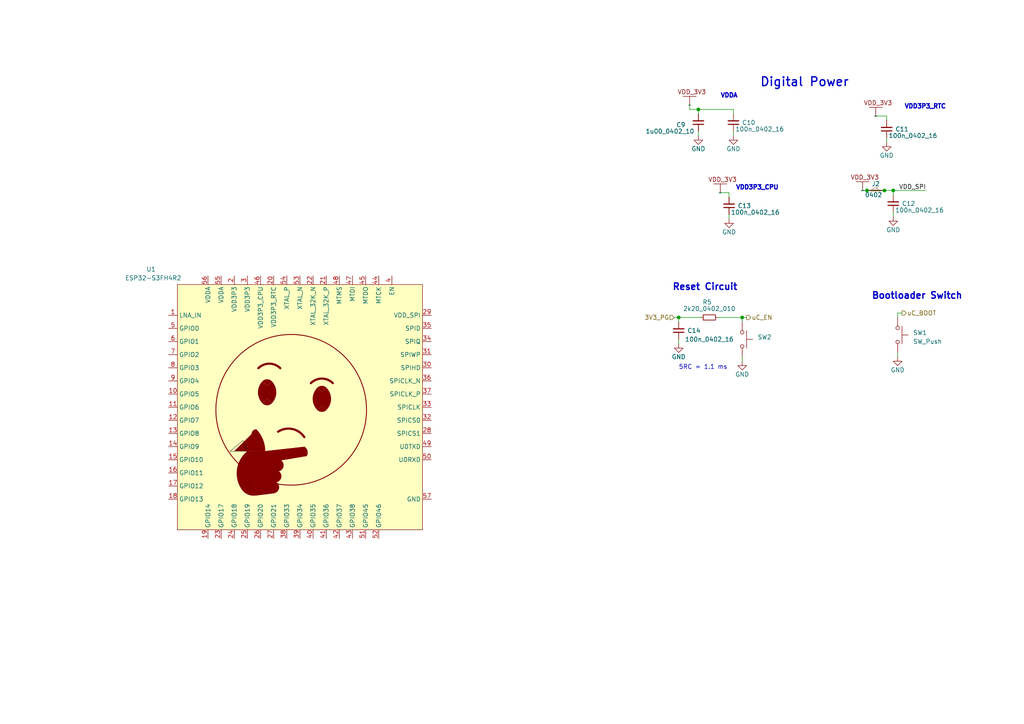
<source format=kicad_sch>
(kicad_sch (version 20230121) (generator eeschema)
  (paper "A4")
  (title_block (title "Beacon Lite") (date "2025-04-13") (rev "1") (company "Beep Boop"))
  (lib_symbols
    (symbol "Beacon_Library:CUT_N_JUMP" (pin_numbers hide) (in_bom no)
      (property "Reference" "J" (at 0 -0.254 0))
      (property "Value" "0402" (at 0 -3.81 0))
      (symbol "CUT_N_JUMP_1_1"
        (polyline (pts (xy -1.27 -2.54) (xy 1.27 -2.54)) (stroke (width 0.381)))
        (polyline (pts (xy 0.508 -1.905) (xy 0.381 -1.651) (xy 0.508 -1.905) (xy 0.254 -2.032)) (stroke (width 0.0762)))
        (arc (start 0.508 -1.905) (mid -0.5086 -1.8651) (end -1.27 -2.54) (stroke (width 0.0762)))
        (pin passive line (at -2.54 -2.54 0) (length 1.27) (name "~") (number "1"))
        (pin passive line (at 2.54 -2.54 180) (length 1.27) (name "~") (number "2"))
      )
    )
    (symbol "Beacon_Library:ESP32-S3FH4R2"
      (property "Reference" "U" (at -8.89 2.54 0))
      (property "Value" "ESP32-S3FH4R2" (at -8.89 -1.27 0))
      (symbol "ESP32-S3FH4R2_1_1"
        (polyline (pts (xy 27.9574 -60.445) (xy 22.8774 -61.08)))
        (polyline (pts (xy 36.8474 -47.11) (xy 25.4174 -48.38)))
        (polyline (pts (xy 37.4824 -49.65) (xy 29.8624 -50.92)))
        (polyline (pts (xy 19.058 -45.2027) (xy 15.248 -48.3777) (xy 20.2772 -48.3015) (xy 19.058 -45.2027)) (stroke (width 0.0127) (color 0 0 0 0.01)) (fill (type outline)))
        (polyline (pts (xy 36.203 -48.3777) (xy 37.473 -49.6477) (xy 29.853 -50.9177) (xy 29.218 -52.8227) (xy 29.218 -56.6327) (xy 28.583 -57.2677) (xy 27.948 -60.4427) (xy 22.868 -61.0777) (xy 22.233 -57.2677) (xy 25.408 -54.7277) (xy 20.328 -48.3777) (xy 25.408 -48.3777) (xy 36.838 -47.1077) (xy 36.203 -48.3777)) (fill (type outline)))
        (rectangle (start 0 0) (end 71.12 -71.12) (fill (type background)))
        (arc (start 19.0674 -59.81) (mid 20.8112 -60.9287) (end 22.8774 -61.08) (fill (type outline)))
        (arc (start 20.3374 -48.38) (mid 17.3371 -53.8322) (end 19.0674 -59.81) (fill (type outline)))
        (arc (start 20.3374 -48.38) (mid 22.0217 -46.1023) (end 21.6074 -43.3) (fill (type color)))
        (arc (start 22.8774 -42.03) (mid 21.9794 -42.402) (end 21.6074 -43.3) (fill (type outline)))
        (arc (start 24.773 -34.4077) (mid 26.043 -34.9332) (end 27.313 -34.4077) (fill (type outline)))
        (arc (start 24.773 -28.0577) (mid 23.4599 -31.2327) (end 24.773 -34.4077) (fill (type outline)))
        (arc (start 25.4174 -48.38) (mid 24.7811 -44.9515) (end 22.8774 -42.03) (fill (type outline)))
        (arc (start 27.313 -34.4077) (mid 28.6281 -31.2327) (end 27.313 -28.0577) (fill (type outline)))
        (arc (start 27.313 -28.0558) (mid 26.043 -27.5303) (end 24.773 -28.0558) (fill (type outline)))
        (arc (start 27.9574 -60.445) (mid 29.4247 -59.0875) (end 28.5924 -57.27) (fill (type outline)))
        (arc (start 28.5924 -57.27) (mid 30.0755 -55.9156) (end 29.2274 -54.095) (fill (type outline)))
        (arc (start 29.2274 -54.095) (mid 30.7116 -52.7409) (end 29.8624 -50.92) (fill (type outline)))
        (arc (start 29.853 -24.2477) (mid 26.678 -22.9326) (end 23.503 -24.2477) (stroke (width 0.635)))
        (circle (center 33.028 -36.3127) (radius 21.8499) (stroke (width 0.254)) (fill (type background)))
        (arc (start 36.83 -44.2468) (mid 33.3512 -41.8825) (end 29.218 -42.6627) (stroke (width 0.635)))
        (arc (start 37.4824 -49.65) (mid 37.6878 -48.2493) (end 36.8474 -47.11) (fill (type outline)))
        (arc (start 40.648 -36.3127) (mid 41.918 -36.8382) (end 43.188 -36.3127) (fill (type outline)))
        (arc (start 40.648 -29.9627) (mid 39.3349 -33.1377) (end 40.648 -36.3127) (fill (type outline)))
        (arc (start 43.188 -36.3127) (mid 44.5031 -33.1377) (end 43.188 -29.9627) (fill (type outline)))
        (arc (start 43.188 -29.9608) (mid 41.918 -29.4353) (end 40.648 -29.9608) (fill (type outline)))
        (arc (start 45.085 -28.5749) (mid 41.91 -27.2598) (end 38.735 -28.5749) (stroke (width 0.635)))
        (pin input line (at -2.54 -8.89 0) (length 2.54) (name "LNA_IN") (number "1"))
        (pin unspecified line (at -2.54 -31.75 0) (length 2.54) (name "GPIO5") (number "10"))
        (pin unspecified line (at -2.54 -35.56 0) (length 2.54) (name "GPIO6") (number "11"))
        (pin unspecified line (at -2.54 -39.37 0) (length 2.54) (name "GPIO7") (number "12"))
        (pin unspecified line (at -2.54 -43.18 0) (length 2.54) (name "GPIO8") (number "13"))
        (pin unspecified line (at -2.54 -46.99 0) (length 2.54) (name "GPIO9") (number "14"))
        (pin unspecified line (at -2.54 -50.8 0) (length 2.54) (name "GPIO10") (number "15"))
        (pin unspecified line (at -2.54 -54.61 0) (length 2.54) (name "GPIO11") (number "16"))
        (pin unspecified line (at -2.54 -58.42 0) (length 2.54) (name "GPIO12") (number "17"))
        (pin unspecified line (at -2.54 -62.23 0) (length 2.54) (name "GPIO13") (number "18"))
        (pin unspecified line (at 8.89 -73.66 90) (length 2.54) (name "GPIO14") (number "19"))
        (pin power_in line (at 16.51 2.54 270) (length 2.54) (name "VDD3P3") (number "2"))
        (pin power_in line (at 27.94 2.54 270) (length 2.54) (name "VDD3P3_RTC") (number "20"))
        (pin unspecified line (at 43.18 2.54 270) (length 2.54) (name "XTAL_32K_P") (number "21"))
        (pin unspecified line (at 39.37 2.54 270) (length 2.54) (name "XTAL_32K_N") (number "22"))
        (pin unspecified line (at 12.7 -73.66 90) (length 2.54) (name "GPIO17") (number "23"))
        (pin unspecified line (at 16.51 -73.66 90) (length 2.54) (name "GPIO18") (number "24"))
        (pin unspecified line (at 20.32 -73.66 90) (length 2.54) (name "GPIO19") (number "25"))
        (pin unspecified line (at 24.13 -73.66 90) (length 2.54) (name "GPIO20") (number "26"))
        (pin unspecified line (at 27.94 -73.66 90) (length 2.54) (name "GPIO21") (number "27"))
        (pin unspecified line (at 73.66 -43.18 180) (length 2.54) (name "SPICS1") (number "28"))
        (pin unspecified line (at 73.66 -8.89 180) (length 2.54) (name "VDD_SPI") (number "29"))
        (pin input line (at 20.32 2.54 270) (length 2.54) (name "VDD3P3") (number "3"))
        (pin unspecified line (at 73.66 -24.13 180) (length 2.54) (name "SPIHD") (number "30"))
        (pin unspecified line (at 73.66 -20.32 180) (length 2.54) (name "SPIWP") (number "31"))
        (pin unspecified line (at 73.66 -39.37 180) (length 2.54) (name "SPICS0") (number "32"))
        (pin unspecified line (at 73.66 -35.56 180) (length 2.54) (name "SPICLK") (number "33"))
        (pin unspecified line (at 73.66 -16.51 180) (length 2.54) (name "SPIQ") (number "34"))
        (pin unspecified line (at 73.66 -12.7 180) (length 2.54) (name "SPID") (number "35"))
        (pin unspecified line (at 73.66 -27.94 180) (length 2.54) (name "SPICLK_N") (number "36"))
        (pin unspecified line (at 73.66 -31.75 180) (length 2.54) (name "SPICLK_P") (number "37"))
        (pin unspecified line (at 31.75 -73.66 90) (length 2.54) (name "GPIO33") (number "38"))
        (pin unspecified line (at 35.56 -73.66 90) (length 2.54) (name "GPIO34") (number "39"))
        (pin input line (at 62.23 2.54 270) (length 2.54) (name "EN") (number "4"))
        (pin unspecified line (at 39.37 -73.66 90) (length 2.54) (name "GPIO35") (number "40"))
        (pin unspecified line (at 43.18 -73.66 90) (length 2.54) (name "GPIO36") (number "41"))
        (pin unspecified line (at 46.99 -73.66 90) (length 2.54) (name "GPIO37") (number "42"))
        (pin unspecified line (at 50.8 -73.66 90) (length 2.54) (name "GPIO38") (number "43"))
        (pin unspecified line (at 58.42 2.54 270) (length 2.54) (name "MTCK") (number "44"))
        (pin unspecified line (at 54.61 2.54 270) (length 2.54) (name "MTDO") (number "45"))
        (pin power_in line (at 24.13 2.54 270) (length 2.54) (name "VDD3P3_CPU") (number "46"))
        (pin unspecified line (at 50.8 2.54 270) (length 2.54) (name "MTDI") (number "47"))
        (pin unspecified line (at 46.99 2.54 270) (length 2.54) (name "MTMS") (number "48"))
        (pin output line (at 73.66 -46.99 180) (length 2.54) (name "U0TXD") (number "49"))
        (pin unspecified line (at -2.54 -12.7 0) (length 2.54) (name "GPIO0") (number "5"))
        (pin input line (at 73.66 -50.8 180) (length 2.54) (name "U0RXD") (number "50"))
        (pin unspecified line (at 54.61 -73.66 90) (length 2.54) (name "GPIO45") (number "51"))
        (pin unspecified line (at 58.42 -73.66 90) (length 2.54) (name "GPIO46") (number "52"))
        (pin passive line (at 35.56 2.54 270) (length 2.54) (name "XTAL_N") (number "53"))
        (pin passive line (at 31.75 2.54 270) (length 2.54) (name "XTAL_P") (number "54"))
        (pin power_in line (at 12.7 2.54 270) (length 2.54) (name "VDDA") (number "55"))
        (pin power_in line (at 8.89 2.54 270) (length 2.54) (name "VDDA") (number "56"))
        (pin passive line (at 73.66 -62.23 180) (length 2.54) (name "GND") (number "57"))
        (pin unspecified line (at -2.54 -16.51 0) (length 2.54) (name "GPIO1") (number "6"))
        (pin unspecified line (at -2.54 -20.32 0) (length 2.54) (name "GPIO2") (number "7"))
        (pin unspecified line (at -2.54 -24.13 0) (length 2.54) (name "GPIO3") (number "8"))
        (pin unspecified line (at -2.54 -27.94 0) (length 2.54) (name "GPIO4") (number "9"))
      )
    )
    (symbol "Beacon_Lite_Library:VDD_3V3"
      (symbol "VDD_3V3_0_0"
        (text "VDD_3V3" (at 0.635 3.81 0) (effects (font (size 1.27 1.27))))
      )
      (symbol "VDD_3V3_0_1"
        (polyline (pts (xy 0 2.54) (xy 0 0)))
        (polyline (pts (xy 1.905 2.54) (xy -1.905 2.54)))
      )
      (symbol "VDD_3V3_1_1"
        (pin power_in line (at 0 0 90) (length 2.54) hide (name "VDD_3V3") (number ""))
      )
    )
    (symbol "Device:C_Small" (pin_numbers hide) (pin_names (offset 0.254) hide)
      (property "Reference" "C" (at 0.254 1.778 0))
      (property "Value" "C_Small" (at 0.254 -2.032 0))
      (symbol "C_Small_0_1"
        (polyline (pts (xy -1.524 -0.508) (xy 1.524 -0.508)) (stroke (width 0.3302)))
        (polyline (pts (xy -1.524 0.508) (xy 1.524 0.508)) (stroke (width 0.3048)))
      )
      (symbol "C_Small_1_1"
        (pin passive line (at 0 2.54 270) (length 2.032) (name "~") (number "1"))
        (pin passive line (at 0 -2.54 90) (length 2.032) (name "~") (number "2"))
      )
    )
    (symbol "Device:R_Small" (pin_numbers hide) (pin_names (offset 0.254) hide)
      (property "Reference" "R" (at 0.762 0.508 0))
      (property "Value" "R_Small" (at 0.762 -1.016 0))
      (symbol "R_Small_0_1"
        (rectangle (start -0.762 1.778) (end 0.762 -1.778) (stroke (width 0.2032)))
      )
      (symbol "R_Small_1_1"
        (pin passive line (at 0 2.54 270) (length 0.762) (name "~") (number "1"))
        (pin passive line (at 0 -2.54 90) (length 0.762) (name "~") (number "2"))
      )
    )
    (symbol "Switch:SW_Push" (pin_numbers hide) (pin_names (offset 1.016) hide)
      (property "Reference" "SW" (at 1.27 2.54 0))
      (property "Value" "SW_Push" (at 0 -1.524 0))
      (symbol "SW_Push_0_1"
        (circle (center -2.032 0) (radius 0.508))
        (polyline (pts (xy 0 1.27) (xy 0 3.048)))
        (polyline (pts (xy 2.54 1.27) (xy -2.54 1.27)))
        (circle (center 2.032 0) (radius 0.508))
        (pin passive line (at -5.08 0 0) (length 2.54) (name "1") (number "1"))
        (pin passive line (at 5.08 0 180) (length 2.54) (name "2") (number "2"))
      )
    )
    (symbol "power:GND" (power) (pin_names (offset 0))
      (property "Value" "GND" (at 0 -3.81 0))
      (symbol "GND_0_1"
        (polyline (pts (xy 0 0) (xy 0 -1.27) (xy 1.27 -1.27) (xy 0 -2.54) (xy -1.27 -1.27) (xy 0 -1.27)))
      )
      (symbol "GND_1_1"
        (pin power_in line (at 0 0 270) (length 0) hide (name "GND") (number "1"))
      )
    )
  )
  (junction (at 259.08 55.245))
  (junction (at 196.85 92.075))
  (junction (at 202.565 31.75))
  (junction (at 215.265 92.075))
  (junction (at 251.46 55.245))
  (junction (at 256.54 55.245))
  (wire (pts (xy 260.35 90.805) (xy 260.35 92.075)))
  (wire (pts (xy 196.85 93.345) (xy 196.85 92.075)))
  (wire (pts (xy 200.025 31.75) (xy 202.565 31.75)))
  (wire (pts (xy 259.08 56.515) (xy 259.08 55.245)))
  (wire (pts (xy 215.265 103.505) (xy 215.265 104.775)))
  (wire (pts (xy 211.455 55.88) (xy 211.455 57.15)))
  (wire (pts (xy 212.725 31.75) (xy 212.725 33.02)))
  (wire (pts (xy 196.85 92.075) (xy 203.2 92.075)))
  (wire (pts (xy 208.915 55.88) (xy 211.455 55.88)))
  (wire (pts (xy 251.46 55.245) (xy 256.54 55.245)))
  (wire (pts (xy 257.175 33.655) (xy 257.175 34.925)))
  (wire (pts (xy 195.58 92.075) (xy 196.85 92.075)))
  (wire (pts (xy 261.62 90.805) (xy 260.35 90.805)))
  (wire (pts (xy 256.54 55.245) (xy 259.08 55.245)))
  (wire (pts (xy 259.08 55.245) (xy 268.605 55.245)))
  (wire (pts (xy 250.19 55.245) (xy 251.46 55.245)))
  (wire (pts (xy 257.175 40.005) (xy 257.175 41.275)))
  (wire (pts (xy 202.565 33.02) (xy 202.565 31.75)))
  (wire (pts (xy 215.265 92.075) (xy 216.535 92.075)))
  (wire (pts (xy 196.85 98.425) (xy 196.85 99.695)))
  (wire (pts (xy 254 33.655) (xy 257.175 33.655)))
  (wire (pts (xy 260.35 102.235) (xy 260.35 103.505)))
  (wire (pts (xy 211.455 62.23) (xy 211.455 63.5)))
  (wire (pts (xy 202.565 38.1) (xy 202.565 39.37)))
  (wire (pts (xy 200.025 30.48) (xy 200.025 31.75)))
  (wire (pts (xy 212.725 38.1) (xy 212.725 39.37)))
  (wire (pts (xy 259.08 62.865) (xy 259.08 61.595)))
  (wire (pts (xy 202.565 31.75) (xy 212.725 31.75)))
  (wire (pts (xy 215.265 93.345) (xy 215.265 92.075)))
  (wire (pts (xy 208.28 92.075) (xy 215.265 92.075)))
  (text "VDD3P3_CPU" (at 213.36 55.245 0) (effects (font (size 1.27 1.27) (thickness 0.508) bold) (justify left bottom)))
  (text "Reset Circuit" (at 194.945 84.455 0) (effects (font (size 1.905 1.905) (thickness 0.381) bold) (justify left bottom)))
  (text "Digital Power" (at 220.345 25.4 0) (effects (font (size 2.54 2.54) (thickness 0.381) bold) (justify left bottom)))
  (text "Bootloader Switch" (at 252.73 86.995 0) (effects (font (size 1.905 1.905) (thickness 0.381) bold) (justify left bottom)))
  (text "VDDA" (at 208.915 28.575 0) (effects (font (size 1.27 1.27) (thickness 0.508) bold) (justify left bottom)))
  (text "5RC = 1.1 ms" (at 196.85 107.315 0) (effects (font (size 1.27 1.27)) (justify left bottom)))
  (text "VDD3P3_RTC" (at 262.255 31.75 0) (effects (font (size 1.27 1.27) (thickness 0.508) bold) (justify left bottom)))
  (label "VDD_SPI" (at 268.605 55.245 180))
  (hierarchical_label "3V3_PG" (shape input) (at 195.58 92.075 180))
  (hierarchical_label "uC_BOOT" (shape output) (at 261.62 90.805 0) (property "Intersheetrefs" "${INTERSHEET_REFS}" (effects hide)))
  (hierarchical_label "uC_EN" (shape output) (at 216.535 92.075 0) (property "Intersheetrefs" "${INTERSHEET_REFS}" (effects hide)))
  (symbol (lib_id "Beacon_Library:ESP32-S3FH4R2") (at 51.435 82.55 0) (unit 1)
    (property "Reference" "U1" (at 43.815 78.105 0))
    (property "Value" "ESP32-S3FH4R2" (at 44.45 80.645 0))
    (property "Footprint" "Footprint_Library:QFN40P700X700X90-57N-D" (effects hide))
    (property "Datasheet" "https://www.mouser.com/ProductDetail/Espressif-Systems/ESP32-S3FH4R2?qs=tlsG%2FOw5FFjPrwkmZSBQNA%3D%3D" (effects hide))
    (instances (project "Beacon_Lite" (path "" (reference "U1") (unit 1))) (project "Beacon" (path "" (reference "U101") (unit 1))) (project "Beacon_Multiboard" (path "" (reference "U701") (unit 1))))
  )
  (symbol (lib_id "Device:R_Small") (at 205.74 92.075 270) (unit 1)
    (property "Reference" "R5" (at 205.105 87.63 90))
    (property "Value" "2k20_0402_010" (at 205.74 89.535 90))
    (property "Footprint" "Footprint_Library:0402_1005Metric_Handsolder" (effects hide))
    (instances (project "Beacon_Lite" (path "" (reference "R5") (unit 1))) (project "Beacon" (path "" (reference "R15") (unit 1)) (path "" (reference "R1") (unit 1)) (path "" (reference "R1105") (unit 1))) (project "Beacon_Multiboard" (path "" (reference "R804") (unit 1))))
  )
  (symbol (lib_id "Device:C_Small") (at 257.175 37.465 180) (unit 1)
    (property "Reference" "C11" (at 261.62 37.465 0))
    (property "Value" "100n_0402_16" (at 264.795 39.37 0))
    (property "Footprint" "Footprint_Library:0402_1005Metric_Handsolder" (effects hide))
    (instances (project "Beacon_Lite" (path "" (reference "C11") (unit 1))) (project "Beacon" (path "" (reference "C16") (unit 1)) (path "" (reference "C107") (unit 1))) (project "Beacon_Multiboard" (path "" (reference "C703") (unit 1))))
  )
  (symbol (lib_id "Beacon_Lite_Library:VDD_3V3") (at 208.915 55.88 0) (unit 1)
    (property "Reference" "#PWR6" (effects hide))
    (property "Value" "~" (at 208.915 55.88 0))
    (instances (project "Beacon_Lite" (path "" (reference "#PWR6") (unit 1)) (path "" (reference "#PWR18") (unit 1)) (path "" (reference "#PWR21") (unit 1)) (path "" (reference "#PWR30") (unit 1))))
  )
  (symbol (lib_id "Beacon_Library:CUT_N_JUMP") (at 254 52.705 0) (unit 1) (in_bom no)
    (property "Reference" "J2" (at 254 53.34 0))
    (property "Value" "0402" (at 253.365 56.515 0))
    (property "Footprint" "Footprint_Library:0402_CUT-N-JUMP" (effects hide))
    (instances (project "Beacon_Lite" (path "" (reference "J2") (unit 1))) (project "Beacon" (path "" (reference "J103") (unit 1))) (project "Beacon_Multiboard" (path "" (reference "J701") (unit 1))))
  )
  (symbol (lib_id "Device:C_Small") (at 202.565 35.56 180) (unit 1)
    (property "Reference" "C9" (at 197.485 36.195 0))
    (property "Value" "1u00_0402_10" (at 194.31 38.1 0))
    (property "Footprint" "Footprint_Library:0402_1005Metric_Handsolder" (effects hide))
    (instances (project "Beacon_Lite" (path "" (reference "C9") (unit 1))) (project "Beacon" (path "" (reference "C16") (unit 1)) (path "" (reference "C105") (unit 1))) (project "Beacon_Multiboard" (path "" (reference "C701") (unit 1))))
  )
  (symbol (lib_id "Beacon_Lite_Library:VDD_3V3") (at 200.025 30.48 0) (unit 1)
    (property "Reference" "#PWR6" (effects hide))
    (property "Value" "~" (at 200.025 30.48 0))
    (instances (project "Beacon_Lite" (path "" (reference "#PWR6") (unit 1)) (path "" (reference "#PWR18") (unit 1)) (path "" (reference "#PWR21") (unit 1)) (path "" (reference "#PWR27") (unit 1))))
  )
  (symbol (lib_id "Switch:SW_Push") (at 215.265 98.425 270) (unit 1)
    (property "Reference" "SW2" (at 219.71 97.79 90) (effects (justify left)))
    (property "Value" "SW_Push" (effects hide))
    (property "Footprint" "Footprint_Library:SW_PUSH_6mm" (effects hide))
    (property "Datasheet" "https://www.mouser.com/ProductDetail/CUI-Devices/TS02-66-55-BK-100-LCR-D?qs=sGAEpiMZZMtFyPk3yBMYYEiKb8%2FddSTsAadq%252B8%252BhMMU%3D" (effects hide))
    (instances (project "Beacon_Lite" (path "" (reference "SW2") (unit 1))) (project "Beacon" (path "" (reference "SW2") (unit 1)) (path "" (reference "SW1102") (unit 1))) (project "Beacon_Multiboard" (path "" (reference "SW802") (unit 1))))
  )
  (symbol (lib_id "Switch:SW_Push") (at 260.35 97.155 270) (unit 1)
    (property "Reference" "SW1" (at 264.795 96.52 90) (effects (justify left)))
    (property "Value" "SW_Push" (at 264.795 99.06 90) (effects (justify left)))
    (property "Footprint" "Footprint_Library:SW_PUSH_6mm" (effects hide))
    (property "Datasheet" "https://www.mouser.com/ProductDetail/CUI-Devices/TS02-66-55-BK-100-LCR-D?qs=sGAEpiMZZMtFyPk3yBMYYEiKb8%2FddSTsAadq%252B8%252BhMMU%3D" (effects hide))
    (instances (project "Beacon_Lite" (path "" (reference "SW1") (unit 1))) (project "Beacon" (path "" (reference "SW3") (unit 1)) (path "" (reference "SW1101") (unit 1))) (project "Beacon_Multiboard" (path "" (reference "SW801") (unit 1))))
  )
  (symbol (lib_id "power:GND") (at 260.35 103.505 0) (unit 1)
    (property "Reference" "#PWR032" (effects hide))
    (property "Value" "GND" (at 260.35 107.315 0))
    (instances (project "Beacon_Lite" (path "" (reference "#PWR032") (unit 1))) (project "Beacon" (path "" (reference "#PWR04") (unit 1)) (path "" (reference "#PWR01109") (unit 1))) (project "Beacon_Multiboard" (path "" (reference "#PWR0802") (unit 1))))
  )
  (symbol (lib_id "power:GND") (at 196.85 99.695 0) (unit 1)
    (property "Reference" "#PWR031" (effects hide))
    (property "Value" "GND" (at 196.85 103.505 0))
    (instances (project "Beacon_Lite" (path "" (reference "#PWR031") (unit 1))) (project "Beacon" (path "" (reference "#PWR099") (unit 1)) (path "" (reference "#PWR01108") (unit 1))) (project "Beacon_Multiboard" (path "" (reference "#PWR0801") (unit 1))))
  )
  (symbol (lib_id "power:GND") (at 259.08 62.865 0) (unit 1)
    (property "Reference" "#PWR025" (effects hide))
    (property "Value" "GND" (at 259.08 66.675 0))
    (instances (project "Beacon_Lite" (path "" (reference "#PWR025") (unit 1))) (project "Beacon" (path "" (reference "#PWR0123") (unit 1))) (project "Beacon_Multiboard" (path "" (reference "#PWR0708") (unit 1))))
  )
  (symbol (lib_id "power:GND") (at 202.565 39.37 0) (unit 1)
    (property "Reference" "#PWR022" (effects hide))
    (property "Value" "GND" (at 202.565 43.18 0))
    (instances (project "Beacon_Lite" (path "" (reference "#PWR022") (unit 1))) (project "Beacon" (path "" (reference "#PWR0113") (unit 1))) (project "Beacon_Multiboard" (path "" (reference "#PWR0701") (unit 1))))
  )
  (symbol (lib_id "power:GND") (at 212.725 39.37 0) (unit 1)
    (property "Reference" "#PWR023" (effects hide))
    (property "Value" "GND" (at 212.725 43.18 0))
    (instances (project "Beacon_Lite" (path "" (reference "#PWR023") (unit 1))) (project "Beacon" (path "" (reference "#PWR0114") (unit 1))) (project "Beacon_Multiboard" (path "" (reference "#PWR0702") (unit 1))))
  )
  (symbol (lib_id "Device:C_Small") (at 196.85 95.885 180) (unit 1)
    (property "Reference" "C14" (at 201.295 95.885 0))
    (property "Value" "100n_0402_16" (at 205.74 98.425 0))
    (property "Footprint" "Footprint_Library:0402_1005Metric_Handsolder" (effects hide))
    (instances (project "Beacon_Lite" (path "" (reference "C14") (unit 1))) (project "Beacon" (path "" (reference "C16") (unit 1)) (path "" (reference "C52") (unit 1)) (path "" (reference "C1105") (unit 1))) (project "Beacon_Multiboard" (path "" (reference "C801") (unit 1))))
  )
  (symbol (lib_id "Device:C_Small") (at 212.725 35.56 180) (unit 1)
    (property "Reference" "C10" (at 217.17 35.56 0))
    (property "Value" "100n_0402_16" (at 220.345 37.465 0))
    (property "Footprint" "Footprint_Library:0402_1005Metric_Handsolder" (effects hide))
    (instances (project "Beacon_Lite" (path "" (reference "C10") (unit 1))) (project "Beacon" (path "" (reference "C16") (unit 1)) (path "" (reference "C106") (unit 1))) (project "Beacon_Multiboard" (path "" (reference "C702") (unit 1))))
  )
  (symbol (lib_id "power:GND") (at 257.175 41.275 0) (unit 1)
    (property "Reference" "#PWR024" (effects hide))
    (property "Value" "GND" (at 257.175 45.085 0))
    (instances (project "Beacon_Lite" (path "" (reference "#PWR024") (unit 1))) (project "Beacon" (path "" (reference "#PWR0115") (unit 1))) (project "Beacon_Multiboard" (path "" (reference "#PWR0703") (unit 1))))
  )
  (symbol (lib_id "power:GND") (at 215.265 104.775 0) (unit 1)
    (property "Reference" "#PWR033" (effects hide))
    (property "Value" "GND" (at 215.265 108.585 0))
    (instances (project "Beacon_Lite" (path "" (reference "#PWR033") (unit 1))) (project "Beacon" (path "" (reference "#PWR03") (unit 1)) (path "" (reference "#PWR01110") (unit 1))) (project "Beacon_Multiboard" (path "" (reference "#PWR0803") (unit 1))))
  )
  (symbol (lib_id "Beacon_Lite_Library:VDD_3V3") (at 254 33.655 0) (unit 1)
    (property "Reference" "#PWR6" (effects hide))
    (property "Value" "~" (at 254 33.655 0))
    (instances (project "Beacon_Lite" (path "" (reference "#PWR6") (unit 1)) (path "" (reference "#PWR18") (unit 1)) (path "" (reference "#PWR21") (unit 1)) (path "" (reference "#PWR28") (unit 1))))
  )
  (symbol (lib_id "Beacon_Lite_Library:VDD_3V3") (at 250.19 55.245 0) (unit 1)
    (property "Reference" "#PWR6" (effects hide))
    (property "Value" "~" (at 250.19 55.245 0))
    (instances (project "Beacon_Lite" (path "" (reference "#PWR6") (unit 1)) (path "" (reference "#PWR18") (unit 1)) (path "" (reference "#PWR21") (unit 1)) (path "" (reference "#PWR29") (unit 1))))
  )
  (symbol (lib_id "power:GND") (at 211.455 63.5 0) (unit 1)
    (property "Reference" "#PWR026" (effects hide))
    (property "Value" "GND" (at 211.455 67.31 0))
    (instances (project "Beacon_Lite" (path "" (reference "#PWR026") (unit 1))) (project "Beacon" (path "" (reference "#PWR0122") (unit 1))) (project "Beacon_Multiboard" (path "" (reference "#PWR0709") (unit 1))))
  )
  (symbol (lib_id "Device:C_Small") (at 211.455 59.69 180) (unit 1)
    (property "Reference" "C13" (at 215.9 59.69 0))
    (property "Value" "100n_0402_16" (at 219.075 61.595 0))
    (property "Footprint" "Footprint_Library:0402_1005Metric_Handsolder" (effects hide))
    (instances (project "Beacon_Lite" (path "" (reference "C13") (unit 1))) (project "Beacon" (path "" (reference "C16") (unit 1)) (path "" (reference "C108") (unit 1))) (project "Beacon_Multiboard" (path "" (reference "C709") (unit 1))))
  )
  (symbol (lib_id "Device:C_Small") (at 259.08 59.055 180) (unit 1)
    (property "Reference" "C12" (at 263.525 59.055 0))
    (property "Value" "100n_0402_16" (at 266.7 60.96 0))
    (property "Footprint" "Footprint_Library:0402_1005Metric_Handsolder" (effects hide))
    (instances (project "Beacon_Lite" (path "" (reference "C12") (unit 1))) (project "Beacon" (path "" (reference "C16") (unit 1)) (path "" (reference "C109") (unit 1))) (project "Beacon_Multiboard" (path "" (reference "C708") (unit 1))))
  )
)
</source>
